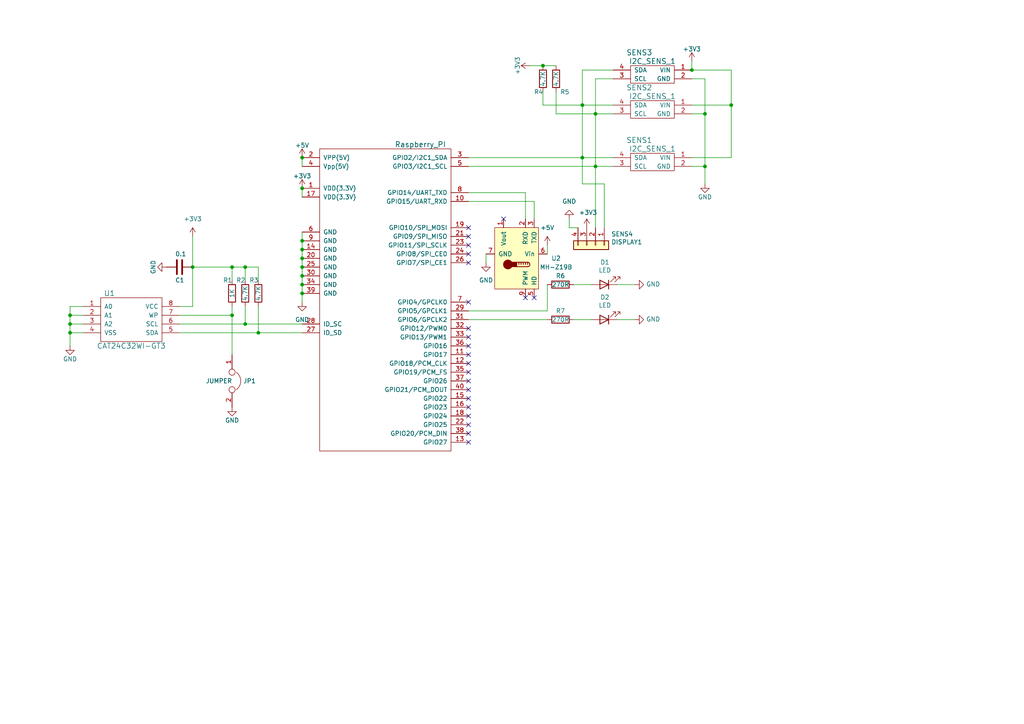
<source format=kicad_sch>
(kicad_sch (version 20211123) (generator eeschema)
  (paper "A4")
  (lib_symbols
    (symbol "Connector_Generic:Conn_01x04" (pin_names (offset 1.016) hide)
      (property "Reference" "J" (at 0 5.08 0))
      (property "Value" "Conn_01x04" (at 0 -7.62 0))
      (symbol "Conn_01x04_1_1"
        (rectangle (start -1.27 -4.953) (end 0 -5.207) (stroke (width 0.1524)))
        (rectangle (start -1.27 -2.413) (end 0 -2.667) (stroke (width 0.1524)))
        (rectangle (start -1.27 0.127) (end 0 -0.127) (stroke (width 0.1524)))
        (rectangle (start -1.27 2.667) (end 0 2.413) (stroke (width 0.1524)))
        (rectangle (start -1.27 3.81) (end 1.27 -6.35) (stroke (width 0.254)) (fill (type background)))
        (pin passive line (at -5.08 2.54 0) (length 3.81) (name "Pin_1") (number "1"))
        (pin passive line (at -5.08 0 0) (length 3.81) (name "Pin_2") (number "2"))
        (pin passive line (at -5.08 -2.54 0) (length 3.81) (name "Pin_3") (number "3"))
        (pin passive line (at -5.08 -5.08 0) (length 3.81) (name "Pin_4") (number "4"))
      )
    )
    (symbol "Device:LED" (pin_numbers hide) (pin_names (offset 1.016) hide)
      (property "Reference" "D" (at 0 2.54 0))
      (property "Value" "LED" (at 0 -2.54 0))
      (symbol "LED_0_1"
        (polyline (pts (xy -1.27 -1.27) (xy -1.27 1.27)) (stroke (width 0.254)))
        (polyline (pts (xy -1.27 0) (xy 1.27 0)))
        (polyline (pts (xy 1.27 -1.27) (xy 1.27 1.27) (xy -1.27 0) (xy 1.27 -1.27)) (stroke (width 0.254)))
        (polyline (pts (xy -3.048 -0.762) (xy -4.572 -2.286) (xy -3.81 -2.286) (xy -4.572 -2.286) (xy -4.572 -1.524)))
        (polyline (pts (xy -1.778 -0.762) (xy -3.302 -2.286) (xy -2.54 -2.286) (xy -3.302 -2.286) (xy -3.302 -1.524)))
      )
      (symbol "LED_1_1"
        (pin passive line (at -3.81 0 0) (length 2.54) (name "K") (number "1"))
        (pin passive line (at 3.81 0 180) (length 2.54) (name "A") (number "2"))
      )
    )
    (symbol "Device:R" (pin_numbers hide) (pin_names (offset 0))
      (property "Reference" "R" (at 2.032 0 90))
      (property "Value" "R" (at 0 0 90))
      (symbol "R_0_1"
        (rectangle (start -1.016 -2.54) (end 1.016 2.54) (stroke (width 0.254)))
      )
      (symbol "R_1_1"
        (pin passive line (at 0 3.81 270) (length 1.27) (name "~") (number "1"))
        (pin passive line (at 0 -3.81 90) (length 1.27) (name "~") (number "2"))
      )
    )
    (symbol "Info-pHAT-rescue:+3.3V" (power) (pin_names (offset 0))
      (property "Value" "+3.3V" (at 0 3.556 0))
      (symbol "+3.3V_0_1"
        (polyline (pts (xy -0.762 1.27) (xy 0 2.54)))
        (polyline (pts (xy 0 0) (xy 0 2.54)))
        (polyline (pts (xy 0 2.54) (xy 0.762 1.27)))
      )
      (symbol "+3.3V_1_1"
        (pin power_in line (at 0 0 90) (length 0) hide (name "+3V3") (number "1"))
      )
    )
    (symbol "Info-pHAT-rescue:+5V" (power) (pin_names (offset 0))
      (property "Value" "+5V" (at 0 3.556 0))
      (symbol "+5V_0_1"
        (polyline (pts (xy -0.762 1.27) (xy 0 2.54)))
        (polyline (pts (xy 0 0) (xy 0 2.54)))
        (polyline (pts (xy 0 2.54) (xy 0.762 1.27)))
      )
      (symbol "+5V_1_1"
        (pin power_in line (at 0 0 90) (length 0) hide (name "+5V") (number "1"))
      )
    )
    (symbol "Info-pHAT-rescue:C" (pin_numbers hide) (pin_names (offset 0.254))
      (property "Reference" "C" (at 0.635 2.54 0))
      (property "Value" "C" (at 0.635 -2.54 0))
      (symbol "C_0_1"
        (polyline (pts (xy -2.032 -0.762) (xy 2.032 -0.762)) (stroke (width 0.508)))
        (polyline (pts (xy -2.032 0.762) (xy 2.032 0.762)) (stroke (width 0.508)))
      )
      (symbol "C_1_1"
        (pin passive line (at 0 3.81 270) (length 2.794) (name "~") (number "1"))
        (pin passive line (at 0 -3.81 90) (length 2.794) (name "~") (number "2"))
      )
    )
    (symbol "Info-pHAT-rescue:CAT24C32WI-GT3" (pin_names (offset 1.016))
      (property "Reference" "U" (at 0 0 0))
      (property "Value" "CAT24C32WI-GT3" (at 0 -16.51 0))
      (symbol "CAT24C32WI-GT3_0_1"
        (rectangle (start -8.89 -2.54) (end 8.89 -15.24))
      )
      (symbol "CAT24C32WI-GT3_1_1"
        (pin input line (at -13.97 -5.08 0) (length 5.08) (name "A0") (number "1"))
        (pin input line (at -13.97 -7.62 0) (length 5.08) (name "A1") (number "2"))
        (pin input line (at -13.97 -10.16 0) (length 5.08) (name "A2") (number "3"))
        (pin input line (at -13.97 -12.7 0) (length 5.08) (name "VSS") (number "4"))
        (pin input line (at 13.97 -12.7 180) (length 5.08) (name "SDA") (number "5"))
        (pin input line (at 13.97 -10.16 180) (length 5.08) (name "SCL") (number "6"))
        (pin input line (at 13.97 -7.62 180) (length 5.08) (name "WP") (number "7"))
        (pin input line (at 13.97 -5.08 180) (length 5.08) (name "VCC") (number "8"))
      )
    )
    (symbol "Info-pHAT-rescue:GND" (power) (pin_names (offset 0))
      (property "Value" "GND" (at 0 -3.81 0))
      (symbol "GND_0_1"
        (polyline (pts (xy 0 0) (xy 0 -1.27) (xy 1.27 -1.27) (xy 0 -2.54) (xy -1.27 -1.27) (xy 0 -1.27)))
      )
      (symbol "GND_1_1"
        (pin power_in line (at 0 0 270) (length 0) hide (name "GND") (number "1"))
      )
    )
    (symbol "Info-pHAT-rescue:I2C_SENS_1" (pin_names (offset 1.016))
      (property "Reference" "U" (at 1.27 2.54 0))
      (property "Value" "I2C_SENS_1" (at 6.35 0 0))
      (symbol "I2C_SENS_1_0_1"
        (rectangle (start 0 -1.27) (end 12.7 -6.35))
      )
      (symbol "I2C_SENS_1_1_1"
        (pin input line (at 17.78 -2.54 180) (length 5.08) (name "VIN") (number "1"))
        (pin input line (at 17.78 -5.08 180) (length 5.08) (name "GND") (number "2"))
        (pin input line (at -5.08 -5.08 0) (length 5.08) (name "SCL") (number "3"))
        (pin input line (at -5.08 -2.54 0) (length 5.08) (name "SDA") (number "4"))
      )
    )
    (symbol "Info-pHAT-rescue:JUMPER" (pin_names (offset 0.762) hide)
      (property "Reference" "JP" (at 0 3.81 0))
      (property "Value" "JUMPER" (at 0 -2.032 0))
      (symbol "JUMPER_0_1"
        (circle (center -2.54 0) (radius 0.889))
        (arc (start 2.5146 1.27) (mid 0.0127 2.5097) (end -2.4892 1.27))
        (circle (center 2.54 0) (radius 0.889))
        (pin passive line (at -7.62 0 0) (length 4.191) (name "1") (number "1"))
        (pin passive line (at 7.62 0 180) (length 4.191) (name "2") (number "2"))
      )
    )
    (symbol "Info-pHAT-rescue:R" (pin_numbers hide) (pin_names (offset 0))
      (property "Reference" "R" (at 2.032 0 90))
      (property "Value" "R" (at 0 0 90))
      (symbol "R_0_1"
        (rectangle (start -1.016 -2.54) (end 1.016 2.54) (stroke (width 0.254)))
      )
      (symbol "R_1_1"
        (pin passive line (at 0 3.81 270) (length 1.27) (name "~") (number "1"))
        (pin passive line (at 0 -3.81 90) (length 1.27) (name "~") (number "2"))
      )
    )
    (symbol "Info-pHAT-rescue:Raspberry_PI" (pin_names (offset 1.016))
      (property "Reference" "P" (at -15.24 2.54 0))
      (property "Value" "Raspberry_PI" (at 8.89 2.54 0))
      (symbol "Raspberry_PI_0_1"
        (rectangle (start 19.05 -87.63) (end -19.05 0))
      )
      (symbol "Raspberry_PI_1_1"
        (pin input line (at -24.13 -11.43 0) (length 5.08) (name "VDD(3.3V)") (number "1"))
        (pin input line (at 24.13 -15.24 180) (length 5.08) (name "GPIO15/UART_RXD") (number "10"))
        (pin input line (at 24.13 -59.69 180) (length 5.08) (name "GPIO17") (number "11"))
        (pin input line (at 24.13 -62.23 180) (length 5.08) (name "GPIO18/PCM_CLK") (number "12"))
        (pin input line (at 24.13 -85.09 180) (length 5.08) (name "GPIO27") (number "13"))
        (pin input line (at -24.13 -29.21 0) (length 5.08) (name "GND") (number "14"))
        (pin input line (at 24.13 -72.39 180) (length 5.08) (name "GPIO22") (number "15"))
        (pin input line (at 24.13 -74.93 180) (length 5.08) (name "GPIO23") (number "16"))
        (pin input line (at -24.13 -13.97 0) (length 5.08) (name "VDD(3.3V)") (number "17"))
        (pin input line (at 24.13 -77.47 180) (length 5.08) (name "GPIO24") (number "18"))
        (pin input line (at 24.13 -22.86 180) (length 5.08) (name "GPIO10/SPI_MOSI") (number "19"))
        (pin input line (at -24.13 -2.54 0) (length 5.08) (name "VPP(5V)") (number "2"))
        (pin input line (at -24.13 -31.75 0) (length 5.08) (name "GND") (number "20"))
        (pin input line (at 24.13 -25.4 180) (length 5.08) (name "GPIO9/SPI_MISO") (number "21"))
        (pin input line (at 24.13 -80.01 180) (length 5.08) (name "GPIO25") (number "22"))
        (pin input line (at 24.13 -27.94 180) (length 5.08) (name "GPIO11/SPI_SCLK") (number "23"))
        (pin input line (at 24.13 -30.48 180) (length 5.08) (name "GPIO8/SPI_CE0") (number "24"))
        (pin input line (at -24.13 -34.29 0) (length 5.08) (name "GND") (number "25"))
        (pin input line (at 24.13 -33.02 180) (length 5.08) (name "GPIO7/SPI_CE1") (number "26"))
        (pin input line (at -24.13 -53.34 0) (length 5.08) (name "ID_SD") (number "27"))
        (pin input line (at -24.13 -50.8 0) (length 5.08) (name "ID_SC") (number "28"))
        (pin input line (at 24.13 -46.99 180) (length 5.08) (name "GPIO5/GPCLK1") (number "29"))
        (pin input line (at 24.13 -2.54 180) (length 5.08) (name "GPIO2/I2C1_SDA") (number "3"))
        (pin input line (at -24.13 -36.83 0) (length 5.08) (name "GND") (number "30"))
        (pin input line (at 24.13 -49.53 180) (length 5.08) (name "GPIO6/GPCLK2") (number "31"))
        (pin input line (at 24.13 -52.07 180) (length 5.08) (name "GPIO12/PWM0") (number "32"))
        (pin input line (at 24.13 -54.61 180) (length 5.08) (name "GPIO13/PWM1") (number "33"))
        (pin input line (at -24.13 -39.37 0) (length 5.08) (name "GND") (number "34"))
        (pin input line (at 24.13 -64.77 180) (length 5.08) (name "GPIO19/PCM_FS") (number "35"))
        (pin input line (at 24.13 -57.15 180) (length 5.08) (name "GPIO16") (number "36"))
        (pin input line (at 24.13 -67.31 180) (length 5.08) (name "GPIO26") (number "37"))
        (pin input line (at 24.13 -82.55 180) (length 5.08) (name "GPIO20/PCM_DIN") (number "38"))
        (pin input line (at -24.13 -41.91 0) (length 5.08) (name "GND") (number "39"))
        (pin input line (at -24.13 -5.08 0) (length 5.08) (name "Vpp(5V)") (number "4"))
        (pin input line (at 24.13 -69.85 180) (length 5.08) (name "GPIO21/PCM_DOUT") (number "40"))
        (pin input line (at 24.13 -5.08 180) (length 5.08) (name "GPIO3/I2C1_SCL") (number "5"))
        (pin input line (at -24.13 -24.13 0) (length 5.08) (name "GND") (number "6"))
        (pin input line (at 24.13 -44.45 180) (length 5.08) (name "GPIO4/GPCLK0") (number "7"))
        (pin input line (at 24.13 -12.7 180) (length 5.08) (name "GPIO14/UART_TXD") (number "8"))
        (pin input line (at -24.13 -26.67 0) (length 5.08) (name "GND") (number "9"))
      )
    )
    (symbol "mh-z19b:MH-Z19B" (pin_names (offset 1.016))
      (property "Reference" "U" (at -6.35 7.62 0))
      (property "Value" "MH-Z19B" (at 5.08 7.62 0))
      (symbol "MH-Z19B_0_1"
        (rectangle (start 10.16 -6.35) (end -7.62 6.35) (fill (type background)))
      )
      (symbol "MH-Z19B_1_1"
        (polyline (pts (xy 2.413 0.635) (xy 3.048 0.635)) (stroke (width 0.254)))
        (polyline (pts (xy 2.413 1.27) (xy 3.048 1.27)) (stroke (width 0.254)))
        (polyline (pts (xy 2.413 1.905) (xy 3.048 1.905)) (stroke (width 0.254)))
        (polyline (pts (xy 2.413 2.54) (xy 3.048 2.54)) (stroke (width 0.254)))
        (polyline (pts (xy 2.413 3.175) (xy 2.413 0)) (stroke (width 0.254)))
        (polyline (pts (xy 2.413 3.175) (xy 3.048 3.175)) (stroke (width 0.254)))
        (polyline (pts (xy 3.683 3.175) (xy 3.683 0)) (stroke (width 0.254)))
        (circle (center 3.048 -2.54) (radius 1.27) (stroke (width 0.254)) (fill (type outline)))
        (rectangle (start 3.683 -1.905) (end 2.413 0) (stroke (width 0.254)) (fill (type outline)))
        (arc (start 3.683 3.175) (mid 3.048 3.81) (end 2.413 3.175) (stroke (width 0.254)))
        (pin power_out line (at -10.16 -3.81 0) (length 2.54) (name "Vout") (number "1"))
        (pin input line (at -10.16 2.54 0) (length 2.54) (name "RXD") (number "2"))
        (pin output line (at -10.16 5.08 0) (length 2.54) (name "TXD") (number "3"))
        (pin passive line (at 12.7 -3.81 180) (length 2.54) hide (name "SR") (number "4"))
        (pin passive line (at 12.7 5.08 180) (length 2.54) (name "HD") (number "5"))
        (pin power_in line (at 0 8.89 270) (length 2.54) (name "Vin") (number "6"))
        (pin passive line (at 0 -8.89 90) (length 2.54) (name "GND") (number "7"))
        (pin passive line (at 12.7 -1.27 180) (length 2.54) hide (name "A0T") (number "8"))
        (pin passive line (at 12.7 2.54 180) (length 2.54) (name "PWM") (number "9"))
      )
    )
    (symbol "power:+3.3V" (power) (pin_names (offset 0))
      (property "Value" "+3.3V" (at 0 3.556 0))
      (symbol "+3.3V_0_1"
        (polyline (pts (xy -0.762 1.27) (xy 0 2.54)))
        (polyline (pts (xy 0 0) (xy 0 2.54)))
        (polyline (pts (xy 0 2.54) (xy 0.762 1.27)))
      )
      (symbol "+3.3V_1_1"
        (pin power_in line (at 0 0 90) (length 0) hide (name "+3V3") (number "1"))
      )
    )
    (symbol "power:+5V" (power) (pin_names (offset 0))
      (property "Value" "+5V" (at 0 3.556 0))
      (symbol "+5V_0_1"
        (polyline (pts (xy -0.762 1.27) (xy 0 2.54)))
        (polyline (pts (xy 0 0) (xy 0 2.54)))
        (polyline (pts (xy 0 2.54) (xy 0.762 1.27)))
      )
      (symbol "+5V_1_1"
        (pin power_in line (at 0 0 90) (length 0) hide (name "+5V") (number "1"))
      )
    )
    (symbol "power:GND" (power) (pin_names (offset 0))
      (property "Value" "GND" (at 0 -3.81 0))
      (symbol "GND_0_1"
        (polyline (pts (xy 0 0) (xy 0 -1.27) (xy 1.27 -1.27) (xy 0 -2.54) (xy -1.27 -1.27) (xy 0 -1.27)))
      )
      (symbol "GND_1_1"
        (pin power_in line (at 0 0 270) (length 0) hide (name "GND") (number "1"))
      )
    )
  )
  (junction (at 20.32 96.52))
  (junction (at 87.63 72.39))
  (junction (at 74.93 96.52))
  (junction (at 204.47 48.26))
  (junction (at 168.91 45.72))
  (junction (at 168.91 30.48))
  (junction (at 87.63 69.85))
  (junction (at 200.66 20.32))
  (junction (at 87.63 80.01))
  (junction (at 87.63 77.47))
  (junction (at 172.72 48.26))
  (junction (at 204.47 33.02))
  (junction (at 67.31 91.44))
  (junction (at 55.88 77.47))
  (junction (at 20.32 91.44))
  (junction (at 212.09 30.48))
  (junction (at 67.31 77.47))
  (junction (at 87.63 74.93))
  (junction (at 87.63 82.55))
  (junction (at 87.63 45.72))
  (junction (at 20.32 93.98))
  (junction (at 71.12 77.47))
  (junction (at 87.63 85.09))
  (junction (at 87.63 54.61))
  (junction (at 71.12 93.98))
  (junction (at 172.72 33.02))
  (junction (at 157.48 19.05))
  (no_connect (at 135.89 66.04))
  (no_connect (at 152.4 86.36))
  (no_connect (at 154.94 86.36))
  (no_connect (at 135.89 115.57))
  (no_connect (at 135.89 102.87))
  (no_connect (at 135.89 128.27))
  (no_connect (at 135.89 68.58))
  (no_connect (at 135.89 71.12))
  (no_connect (at 135.89 113.03))
  (no_connect (at 135.89 97.79))
  (no_connect (at 135.89 87.63))
  (no_connect (at 135.89 76.2))
  (no_connect (at 146.05 63.5))
  (no_connect (at 135.89 123.19))
  (no_connect (at 135.89 95.25))
  (no_connect (at 135.89 107.95))
  (no_connect (at 135.89 110.49))
  (no_connect (at 135.89 118.11))
  (no_connect (at 135.89 100.33))
  (no_connect (at 135.89 73.66))
  (no_connect (at 135.89 120.65))
  (no_connect (at 135.89 105.41))
  (no_connect (at 135.89 125.73))
  (wire (pts (xy 140.97 73.66) (xy 140.97 76.2)))
  (wire (pts (xy 161.29 26.67) (xy 161.29 33.02)))
  (wire (pts (xy 152.4 55.88) (xy 135.89 55.88)))
  (wire (pts (xy 20.32 91.44) (xy 20.32 93.98)))
  (wire (pts (xy 67.31 81.28) (xy 67.31 77.47)))
  (wire (pts (xy 172.72 22.86) (xy 172.72 33.02)))
  (wire (pts (xy 175.26 53.34) (xy 175.26 66.04)))
  (wire (pts (xy 168.91 30.48) (xy 168.91 45.72)))
  (wire (pts (xy 168.91 20.32) (xy 168.91 30.48)))
  (wire (pts (xy 87.63 85.09) (xy 87.63 87.63)))
  (wire (pts (xy 24.13 93.98) (xy 20.32 93.98)))
  (wire (pts (xy 135.89 45.72) (xy 168.91 45.72)))
  (wire (pts (xy 165.1 63.5) (xy 165.1 66.04)))
  (wire (pts (xy 67.31 77.47) (xy 71.12 77.47)))
  (wire (pts (xy 157.48 26.67) (xy 157.48 30.48)))
  (wire (pts (xy 200.66 17.78) (xy 200.66 20.32)))
  (wire (pts (xy 179.07 92.71) (xy 184.15 92.71)))
  (wire (pts (xy 20.32 96.52) (xy 20.32 100.33)))
  (wire (pts (xy 87.63 72.39) (xy 87.63 74.93)))
  (wire (pts (xy 168.91 53.34) (xy 175.26 53.34)))
  (wire (pts (xy 67.31 91.44) (xy 67.31 102.87)))
  (wire (pts (xy 71.12 93.98) (xy 87.63 93.98)))
  (wire (pts (xy 24.13 96.52) (xy 20.32 96.52)))
  (wire (pts (xy 135.89 48.26) (xy 172.72 48.26)))
  (wire (pts (xy 135.89 92.71) (xy 158.75 92.71)))
  (wire (pts (xy 200.66 22.86) (xy 204.47 22.86)))
  (wire (pts (xy 87.63 69.85) (xy 87.63 72.39)))
  (wire (pts (xy 212.09 30.48) (xy 212.09 20.32)))
  (wire (pts (xy 204.47 48.26) (xy 200.66 48.26)))
  (wire (pts (xy 204.47 33.02) (xy 200.66 33.02)))
  (wire (pts (xy 172.72 66.04) (xy 172.72 48.26)))
  (wire (pts (xy 20.32 88.9) (xy 20.32 91.44)))
  (wire (pts (xy 74.93 96.52) (xy 87.63 96.52)))
  (wire (pts (xy 67.31 88.9) (xy 67.31 91.44)))
  (wire (pts (xy 177.8 22.86) (xy 172.72 22.86)))
  (wire (pts (xy 172.72 33.02) (xy 172.72 48.26)))
  (wire (pts (xy 52.07 96.52) (xy 74.93 96.52)))
  (wire (pts (xy 135.89 58.42) (xy 154.94 58.42)))
  (wire (pts (xy 166.37 82.55) (xy 171.45 82.55)))
  (wire (pts (xy 71.12 77.47) (xy 71.12 81.28)))
  (wire (pts (xy 74.93 96.52) (xy 74.93 88.9)))
  (wire (pts (xy 212.09 20.32) (xy 200.66 20.32)))
  (wire (pts (xy 204.47 48.26) (xy 204.47 53.34)))
  (wire (pts (xy 168.91 30.48) (xy 177.8 30.48)))
  (wire (pts (xy 200.66 30.48) (xy 212.09 30.48)))
  (wire (pts (xy 172.72 48.26) (xy 177.8 48.26)))
  (wire (pts (xy 87.63 82.55) (xy 87.63 85.09)))
  (wire (pts (xy 87.63 67.31) (xy 87.63 69.85)))
  (wire (pts (xy 20.32 93.98) (xy 20.32 96.52)))
  (wire (pts (xy 74.93 77.47) (xy 74.93 81.28)))
  (wire (pts (xy 165.1 66.04) (xy 167.64 66.04)))
  (wire (pts (xy 161.29 33.02) (xy 172.72 33.02)))
  (wire (pts (xy 87.63 77.47) (xy 87.63 80.01)))
  (wire (pts (xy 135.89 90.17) (xy 158.75 90.17)))
  (wire (pts (xy 212.09 45.72) (xy 212.09 30.48)))
  (wire (pts (xy 204.47 33.02) (xy 204.47 48.26)))
  (wire (pts (xy 153.67 19.05) (xy 157.48 19.05)))
  (wire (pts (xy 55.88 77.47) (xy 67.31 77.47)))
  (wire (pts (xy 177.8 20.32) (xy 168.91 20.32)))
  (wire (pts (xy 71.12 93.98) (xy 71.12 88.9)))
  (wire (pts (xy 52.07 93.98) (xy 71.12 93.98)))
  (wire (pts (xy 87.63 74.93) (xy 87.63 77.47)))
  (wire (pts (xy 24.13 91.44) (xy 20.32 91.44)))
  (wire (pts (xy 157.48 19.05) (xy 161.29 19.05)))
  (wire (pts (xy 172.72 33.02) (xy 177.8 33.02)))
  (wire (pts (xy 55.88 88.9) (xy 52.07 88.9)))
  (wire (pts (xy 204.47 22.86) (xy 204.47 33.02)))
  (wire (pts (xy 200.66 45.72) (xy 212.09 45.72)))
  (wire (pts (xy 152.4 63.5) (xy 152.4 55.88)))
  (wire (pts (xy 179.07 82.55) (xy 184.15 82.55)))
  (wire (pts (xy 157.48 30.48) (xy 168.91 30.48)))
  (wire (pts (xy 55.88 77.47) (xy 55.88 88.9)))
  (wire (pts (xy 158.75 90.17) (xy 158.75 82.55)))
  (wire (pts (xy 87.63 80.01) (xy 87.63 82.55)))
  (wire (pts (xy 55.88 68.58) (xy 55.88 77.47)))
  (wire (pts (xy 87.63 54.61) (xy 87.63 57.15)))
  (wire (pts (xy 154.94 58.42) (xy 154.94 63.5)))
  (wire (pts (xy 166.37 92.71) (xy 171.45 92.71)))
  (wire (pts (xy 24.13 88.9) (xy 20.32 88.9)))
  (wire (pts (xy 71.12 77.47) (xy 74.93 77.47)))
  (wire (pts (xy 87.63 45.72) (xy 87.63 48.26)))
  (wire (pts (xy 52.07 91.44) (xy 67.31 91.44)))
  (wire (pts (xy 168.91 45.72) (xy 177.8 45.72)))
  (wire (pts (xy 158.75 71.12) (xy 158.75 73.66)))
  (wire (pts (xy 168.91 45.72) (xy 168.91 53.34)))
  (symbol (lib_id "Info-pHAT-rescue:CAT24C32WI-GT3") (at 38.1 83.82 0) (unit 1)
    (property "Reference" "U1" (at 31.75 85.09 0) (effects (font (size 1.524 1.524))))
    (property "Value" "CAT24C32WI-GT3" (at 38.1 100.33 0) (effects (font (size 1.524 1.524))))
    (property "Footprint" "Housings_DIP:DIP-8_W7.62mm" (effects hide))
  )
  (symbol (lib_id "Info-pHAT-rescue:R") (at 67.31 85.09 0) (unit 1)
    (property "Reference" "R1" (at 66.04 81.28 0))
    (property "Value" "1K" (at 67.31 85.09 90))
    (property "Footprint" "Resistors_SMD:R_0603_HandSoldering" (effects hide))
  )
  (symbol (lib_id "Info-pHAT-rescue:R") (at 71.12 85.09 0) (unit 1)
    (property "Reference" "R2" (at 69.85 81.28 0))
    (property "Value" "4.7K" (at 71.12 85.09 90))
    (property "Footprint" "Resistors_SMD:R_0603_HandSoldering" (effects hide))
  )
  (symbol (lib_id "Info-pHAT-rescue:R") (at 74.93 85.09 0) (unit 1)
    (property "Reference" "R3" (at 73.66 81.28 0))
    (property "Value" "4.7K" (at 74.93 85.09 90))
    (property "Footprint" "Resistors_SMD:R_0603_HandSoldering" (effects hide))
  )
  (symbol (lib_id "Info-pHAT-rescue:C") (at 52.07 77.47 270) (unit 1)
    (property "Reference" "C1" (at 50.8 81.28 90) (effects (justify left)))
    (property "Value" "0.1" (at 50.8 73.66 90) (effects (justify left)))
    (property "Footprint" "Capacitors_SMD:C_0603_HandSoldering" (effects hide))
  )
  (symbol (lib_id "Info-pHAT-rescue:GND") (at 20.32 100.33 0) (unit 1)
    (property "Reference" "#PWR01" (effects hide))
    (property "Value" "GND" (at 20.32 104.14 0))
  )
  (symbol (lib_id "Info-pHAT-rescue:GND") (at 48.26 77.47 270) (unit 1)
    (property "Reference" "#PWR02" (effects hide))
    (property "Value" "GND" (at 44.45 77.47 0))
  )
  (symbol (lib_id "Info-pHAT-rescue:GND") (at 67.31 118.11 0) (unit 1)
    (property "Reference" "#PWR04" (effects hide))
    (property "Value" "GND" (at 67.31 121.92 0))
  )
  (symbol (lib_id "Info-pHAT-rescue:Raspberry_PI") (at 111.76 43.18 0) (unit 1)
    (property "Reference" "RASP_CONN1" (effects hide))
    (property "Value" "Raspberry_PI" (at 121.92 41.91 0) (effects (font (size 1.524 1.524))))
    (property "Footprint" "Pin_Headers:Pin_Header_Straight_2x20" (effects hide))
  )
  (symbol (lib_id "Info-pHAT-rescue:+3.3V") (at 87.63 54.61 0) (unit 1)
    (property "Reference" "#PWR010" (effects hide))
    (property "Value" "+3.3V" (at 87.63 51.054 0))
  )
  (symbol (lib_id "Info-pHAT-rescue:+5V") (at 87.63 45.72 0) (unit 1)
    (property "Reference" "#PWR011" (effects hide))
    (property "Value" "+5V" (at 87.63 42.164 0))
  )
  (symbol (lib_id "Info-pHAT-rescue:I2C_SENS_1") (at 182.88 43.18 0) (unit 1)
    (property "Reference" "SENS1" (at 185.42 40.64 0) (effects (font (size 1.524 1.524))))
    (property "Value" "I2C_SENS_1" (at 189.23 43.18 0) (effects (font (size 1.524 1.524))))
    (property "Footprint" "Pin_Headers:Pin_Header_Straight_1x04" (effects hide))
  )
  (symbol (lib_id "Info-pHAT-rescue:GND") (at 204.47 53.34 0) (unit 1)
    (property "Reference" "#PWR012" (effects hide))
    (property "Value" "GND" (at 204.47 57.15 0))
  )
  (symbol (lib_id "Info-pHAT-rescue:+3.3V") (at 200.66 17.78 0) (unit 1)
    (property "Reference" "#PWR013" (effects hide))
    (property "Value" "+3.3V" (at 200.66 14.224 0))
  )
  (symbol (lib_id "Info-pHAT-rescue:R") (at 157.48 22.86 0) (unit 1)
    (property "Reference" "R4" (at 156.21 26.67 0))
    (property "Value" "4.7K" (at 157.48 22.86 90))
    (property "Footprint" "Resistors_SMD:R_0603_HandSoldering" (effects hide))
  )
  (symbol (lib_id "Info-pHAT-rescue:R") (at 161.29 22.86 0) (unit 1)
    (property "Reference" "R5" (at 163.83 26.67 0))
    (property "Value" "4.7K" (at 161.29 22.86 90))
    (property "Footprint" "Resistors_SMD:R_0603_HandSoldering" (effects hide))
  )
  (symbol (lib_id "Info-pHAT-rescue:JUMPER") (at 67.31 110.49 270) (unit 1)
    (property "Reference" "JP1" (at 72.39 110.49 90))
    (property "Value" "JUMPER" (at 63.5 110.49 90))
    (property "Footprint" "Pin_Headers:Pin_Header_Straight_1x02" (effects hide))
  )
  (symbol (lib_id "Info-pHAT-rescue:I2C_SENS_1") (at 182.88 27.94 0) (unit 1)
    (property "Reference" "SENS2" (at 185.42 25.4 0) (effects (font (size 1.524 1.524))))
    (property "Value" "I2C_SENS_1" (at 189.23 27.94 0) (effects (font (size 1.524 1.524))))
    (property "Footprint" "Pin_Headers:Pin_Header_Straight_1x04" (effects hide))
  )
  (symbol (lib_id "Info-pHAT-rescue:I2C_SENS_1") (at 182.88 17.78 0) (unit 1)
    (property "Reference" "SENS3" (at 185.42 15.24 0) (effects (font (size 1.524 1.524))))
    (property "Value" "I2C_SENS_1" (at 189.23 17.78 0) (effects (font (size 1.524 1.524))))
    (property "Footprint" "Pin_Headers:Pin_Header_Straight_1x04" (effects hide))
  )
  (symbol (lib_id "Info-pHAT-rescue:+3.3V") (at 153.67 19.05 90) (unit 1)
    (property "Reference" "#PWR017" (effects hide))
    (property "Value" "+3.3V" (at 150.114 19.05 0))
  )
  (symbol (lib_id "Connector_Generic:Conn_01x04") (at 172.72 71.12 270) (unit 1)
    (property "Reference" "SENS4" (at 177.292 67.8942 90) (effects (justify left)))
    (property "Value" "DISPLAY1" (at 177.292 70.2056 90) (effects (justify left)))
    (property "Footprint" "Pin_Headers:Pin_Header_Straight_1x04" (effects hide))
  )
  (symbol (lib_id "Info-pHAT-rescue:+3.3V") (at 170.18 66.04 0) (unit 1)
    (property "Reference" "#PWR0102" (effects hide))
    (property "Value" "+3.3V" (at 170.561 61.6458 0))
  )
  (symbol (lib_id "Device:R") (at 162.56 92.71 270) (unit 1)
    (property "Reference" "R7" (at 162.56 90.17 90))
    (property "Value" "270R" (at 162.56 92.71 90))
    (property "Footprint" "Resistors_SMD:R_0603_HandSoldering" (effects hide))
  )
  (symbol (lib_id "Device:R") (at 162.56 82.55 270) (unit 1)
    (property "Reference" "R6" (at 162.56 80.01 90))
    (property "Value" "270R" (at 162.56 82.55 90))
    (property "Footprint" "Resistors_SMD:R_0603_HandSoldering" (effects hide))
  )
  (symbol (lib_id "Device:LED") (at 175.26 82.55 180) (unit 1)
    (property "Reference" "D1" (at 175.4378 76.073 0))
    (property "Value" "LED" (at 175.4378 78.3844 0))
    (property "Footprint" "LED_SMD:LED_1206_3216Metric" (effects hide))
  )
  (symbol (lib_id "Device:LED") (at 175.26 92.71 180) (unit 1)
    (property "Reference" "D2" (at 175.4378 86.233 0))
    (property "Value" "LED" (at 175.4378 88.5444 0))
    (property "Footprint" "LED_SMD:LED_1206_3216Metric" (effects hide))
  )
  (symbol (lib_id "Info-pHAT-rescue:GND") (at 184.15 82.55 90) (unit 1)
    (property "Reference" "#PWR0104" (effects hide))
    (property "Value" "GND" (at 187.4012 82.423 90) (effects (justify right)))
  )
  (symbol (lib_id "Info-pHAT-rescue:GND") (at 184.15 92.71 90) (unit 1)
    (property "Reference" "#PWR0105" (effects hide))
    (property "Value" "GND" (at 187.4012 92.583 90) (effects (justify right)))
  )
  (symbol (lib_id "power:+3.3V") (at 55.88 68.58 0) (unit 1)
    (property "Reference" "#PWR0106" (effects hide))
    (property "Value" "+3.3V" (at 55.88 63.5 0))
  )
  (symbol (lib_id "power:GND") (at 140.97 76.2 0) (unit 1)
    (property "Reference" "#PWR05" (effects hide))
    (property "Value" "GND" (at 140.97 81.28 0))
  )
  (symbol (lib_id "power:GND") (at 87.63 87.63 0) (unit 1)
    (property "Reference" "#PWR0101" (effects hide))
    (property "Value" "GND" (at 87.63 92.71 0))
  )
  (symbol (lib_id "power:+5V") (at 158.75 71.12 0) (unit 1)
    (property "Reference" "#PWR06" (effects hide))
    (property "Value" "+5V" (at 158.75 66.04 0))
  )
  (symbol (lib_id "power:GND") (at 165.1 63.5 180) (unit 1)
    (property "Reference" "#PWR0103" (effects hide))
    (property "Value" "GND" (at 165.1 58.42 0))
  )
  (symbol (lib_id "mh-z19b:MH-Z19B") (at 149.86 73.66 270) (unit 1)
    (property "Reference" "U2" (at 161.29 74.93 90))
    (property "Value" "MH-Z19B" (at 161.29 77.47 90))
    (property "Footprint" "mh-z19:Winsen_MH-Z19B" (effects hide))
    (property "Datasheet" "https://www.winsen-sensor.com/d/files/MH-Z19B.pdf" (effects hide))
  )
)
</source>
